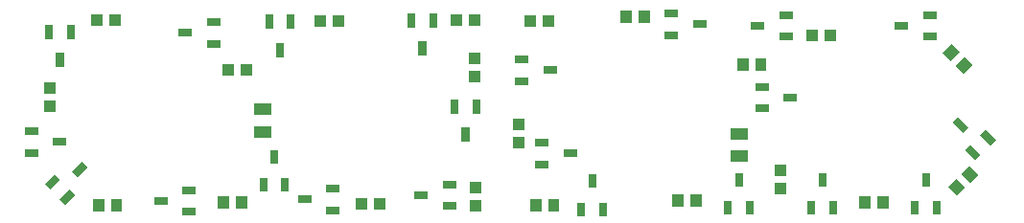
<source format=gtp>
G04 Layer: TopPasteMaskLayer*
G04 EasyEDA v6.4.24, 2021-09-25T18:24:48+02:00*
G04 92b9668f88874301bfa8342a5f0d0e57,f5a38c858c354eb5b90fd3f81420cce3,10*
G04 Gerber Generator version 0.2*
G04 Scale: 100 percent, Rotated: No, Reflected: No *
G04 Dimensions in millimeters *
G04 leading zeros omitted , absolute positions ,4 integer and 5 decimal *
%FSLAX45Y45*%
%MOMM*%

%ADD15R,0.7000X1.2500*%
%ADD16R,1.2500X0.7000*%
%ADD17R,1.0000X1.1000*%
%ADD18R,1.1000X1.0000*%
%ADD19R,1.5500X1.0000*%

%LPD*%
G36*
X2454198Y-392671D02*
G01*
X2524201Y-392671D01*
X2524201Y-517667D01*
X2454198Y-517667D01*
G37*
G36*
X2359202Y-142732D02*
G01*
X2429205Y-142732D01*
X2429207Y-267731D01*
X2359202Y-267731D01*
G37*
G36*
X2549194Y-142732D02*
G01*
X2619197Y-142732D01*
X2619197Y-267731D01*
X2549192Y-267731D01*
G37*
D16*
G01*
X2707131Y-1778000D03*
G01*
X2957068Y-1683004D03*
G01*
X2957068Y-1872995D03*
G36*
X703922Y-1580776D02*
G01*
X654423Y-1531277D01*
X742810Y-1442890D01*
X792309Y-1492389D01*
G37*
G36*
X594362Y-1824680D02*
G01*
X544863Y-1775183D01*
X633249Y-1686793D01*
X682749Y-1736293D01*
G37*
G36*
X460016Y-1690336D02*
G01*
X410519Y-1640837D01*
X498906Y-1552450D01*
X548406Y-1601950D01*
G37*
G01*
X544068Y-1270000D03*
G01*
X294131Y-1364995D03*
G01*
X294131Y-1175004D03*
G36*
X3711498Y-379968D02*
G01*
X3781501Y-379968D01*
X3781501Y-504967D01*
X3711498Y-504967D01*
G37*
G36*
X3616502Y-130032D02*
G01*
X3686505Y-130032D01*
X3686505Y-255031D01*
X3616502Y-255031D01*
G37*
G36*
X3806494Y-130032D02*
G01*
X3876497Y-130032D01*
X3876497Y-255031D01*
X3806494Y-255031D01*
G37*
G36*
X4092498Y-1141971D02*
G01*
X4162501Y-1141971D01*
X4162501Y-1266967D01*
X4092498Y-1266967D01*
G37*
G36*
X3997502Y-892032D02*
G01*
X4067505Y-892032D01*
X4067507Y-1017031D01*
X3997502Y-1017031D01*
G37*
G36*
X4187494Y-892032D02*
G01*
X4257497Y-892032D01*
X4257497Y-1017031D01*
X4187492Y-1017031D01*
G37*
G01*
X1437131Y-1790700D03*
G01*
X1687068Y-1695704D03*
G01*
X1687068Y-1885695D03*
G01*
X3735831Y-1739900D03*
G01*
X3985768Y-1644904D03*
G01*
X3985768Y-1834895D03*
G36*
X511098Y-481571D02*
G01*
X581101Y-481571D01*
X581101Y-606567D01*
X511098Y-606567D01*
G37*
G36*
X416102Y-231632D02*
G01*
X486105Y-231632D01*
X486107Y-356631D01*
X416102Y-356631D01*
G37*
G36*
X606094Y-231632D02*
G01*
X676097Y-231632D01*
X676097Y-356631D01*
X606092Y-356631D01*
G37*
G01*
X1653031Y-304800D03*
G01*
X1902968Y-209804D03*
G01*
X1902968Y-399795D03*
D15*
G01*
X2438400Y-1399031D03*
G01*
X2533395Y-1648968D03*
G01*
X2343404Y-1648968D03*
G01*
X6540500Y-1602231D03*
G01*
X6635495Y-1852168D03*
G01*
X6445504Y-1852168D03*
D16*
G01*
X6195568Y-228600D03*
G01*
X5945631Y-323595D03*
G01*
X5945631Y-133604D03*
G01*
X6707631Y-241300D03*
G01*
X6957568Y-146304D03*
G01*
X6957568Y-336295D03*
D15*
G01*
X7277100Y-1602231D03*
G01*
X7372095Y-1852168D03*
G01*
X7182104Y-1852168D03*
G01*
X5245100Y-1614931D03*
G01*
X5340095Y-1864868D03*
G01*
X5150104Y-1864868D03*
G01*
X8191500Y-1602231D03*
G01*
X8286495Y-1852168D03*
G01*
X8096504Y-1852168D03*
G36*
X8565776Y-1137577D02*
G01*
X8516277Y-1187076D01*
X8427890Y-1098689D01*
X8477389Y-1049190D01*
G37*
G36*
X8809680Y-1247137D02*
G01*
X8760183Y-1296636D01*
X8671793Y-1208250D01*
X8721293Y-1158750D01*
G37*
G36*
X8675336Y-1381483D02*
G01*
X8625837Y-1430980D01*
X8537450Y-1342593D01*
X8586950Y-1293093D01*
G37*
D16*
G01*
X4874768Y-635000D03*
G01*
X4624831Y-729995D03*
G01*
X4624831Y-540004D03*
G01*
X6995668Y-876300D03*
G01*
X6745731Y-971295D03*
G01*
X6745731Y-781304D03*
G01*
X5052568Y-1371600D03*
G01*
X4802631Y-1466595D03*
G01*
X4802631Y-1276604D03*
G01*
X7977631Y-241300D03*
G01*
X8227568Y-146304D03*
G01*
X8227568Y-336295D03*
G36*
X2100107Y-1748398D02*
G01*
X2200107Y-1748398D01*
X2200107Y-1858401D01*
X2100107Y-1858401D01*
G37*
G36*
X1940107Y-1748398D02*
G01*
X2040107Y-1748398D01*
X2040107Y-1858401D01*
X1940107Y-1858401D01*
G37*
D17*
G01*
X2840990Y-203200D03*
G01*
X3000984Y-203200D03*
G01*
X3209290Y-1816100D03*
G01*
X3369284Y-1816100D03*
G01*
X4047490Y-190500D03*
G01*
X4207484Y-190500D03*
D18*
G01*
X4203700Y-689610D03*
G01*
X4203700Y-529615D03*
G36*
X995207Y-1773798D02*
G01*
X1095207Y-1773798D01*
X1095207Y-1883801D01*
X995207Y-1883801D01*
G37*
G36*
X835207Y-1773798D02*
G01*
X935207Y-1773798D01*
X935207Y-1883801D01*
X835207Y-1883801D01*
G37*
G01*
X4216400Y-1832610D03*
G01*
X4216400Y-1672615D03*
D17*
G01*
X872489Y-190500D03*
G01*
X1032484Y-190500D03*
G36*
X6113307Y-1735698D02*
G01*
X6213307Y-1735698D01*
X6213307Y-1845701D01*
X6113307Y-1845701D01*
G37*
G36*
X5953307Y-1735698D02*
G01*
X6053307Y-1735698D01*
X6053307Y-1845701D01*
X5953307Y-1845701D01*
G37*
G36*
X8410790Y-551073D02*
G01*
X8340079Y-480362D01*
X8417862Y-402579D01*
X8488573Y-473290D01*
G37*
G36*
X8523927Y-664210D02*
G01*
X8453216Y-593498D01*
X8530998Y-515716D01*
X8601709Y-586427D01*
G37*
D18*
G01*
X4597400Y-1273810D03*
G01*
X4597400Y-1113815D03*
G36*
X6684807Y-529198D02*
G01*
X6784807Y-529198D01*
X6784807Y-639201D01*
X6684807Y-639201D01*
G37*
G36*
X6524807Y-529198D02*
G01*
X6624807Y-529198D01*
X6624807Y-639201D01*
X6524807Y-639201D01*
G37*
D17*
G01*
X4695190Y-203200D03*
G01*
X4855184Y-203200D03*
G36*
X8504026Y-1552790D02*
G01*
X8574737Y-1482079D01*
X8652520Y-1559862D01*
X8581809Y-1630573D01*
G37*
G36*
X8390890Y-1665927D02*
G01*
X8461601Y-1595216D01*
X8539383Y-1672998D01*
X8468672Y-1743710D01*
G37*
G36*
X7764307Y-1748398D02*
G01*
X7864307Y-1748398D01*
X7864307Y-1858401D01*
X7764307Y-1858401D01*
G37*
G36*
X7604307Y-1748398D02*
G01*
X7704307Y-1748398D01*
X7704307Y-1858401D01*
X7604307Y-1858401D01*
G37*
G36*
X4856007Y-1773798D02*
G01*
X4956007Y-1773798D01*
X4956007Y-1883801D01*
X4856007Y-1883801D01*
G37*
G36*
X4696007Y-1773798D02*
G01*
X4796007Y-1773798D01*
X4796007Y-1883801D01*
X4696007Y-1883801D01*
G37*
D18*
G01*
X6908800Y-1520189D03*
G01*
X6908800Y-1680184D03*
D17*
G01*
X7184390Y-330200D03*
G01*
X7344384Y-330200D03*
G36*
X5656107Y-110098D02*
G01*
X5756107Y-110098D01*
X5756107Y-220101D01*
X5656107Y-220101D01*
G37*
G36*
X5496107Y-110098D02*
G01*
X5596107Y-110098D01*
X5596107Y-220101D01*
X5496107Y-220101D01*
G37*
G01*
X2028190Y-635000D03*
G01*
X2188184Y-635000D03*
D18*
G01*
X457200Y-956310D03*
G01*
X457200Y-796315D03*
D19*
G01*
X2336800Y-979500D03*
G01*
X2336800Y-1179499D03*
G01*
X6540500Y-1195400D03*
G01*
X6540500Y-1395399D03*
M02*

</source>
